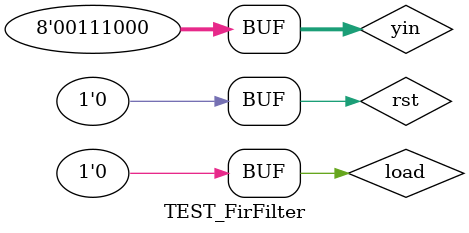
<source format=v>
`timescale 1ns / 1ps


module TEST_FirFilter;

	// Inputs
	reg [7:0] yin;
	reg load;
	reg rst;

	// Outputs
	wire [15:0] yout;

	// Instantiate the Unit Under Test (UUT)
	FIRFilter uut (
		.yin(yin), 
		.yout(yout), 
		.load(load), 
		.rst(rst)
	);

	initial begin
		// Initialize Inputs
		yin = 0;
		load = 0;
		rst = 0;

		// Wait 100 ns for global reset to finish
		#100;
        
		// Add stimulus here
		yin = 100; #10; load = 1; #10 load = 0; #10;
		yin = 12; #10; load = 1; #10 load = 0; #10;
		yin = 157; #10; load = 1; #10 load = 0; #10;
		yin = 56; #10; load = 1; #10 load = 0; #10;
	end
      
endmodule


</source>
